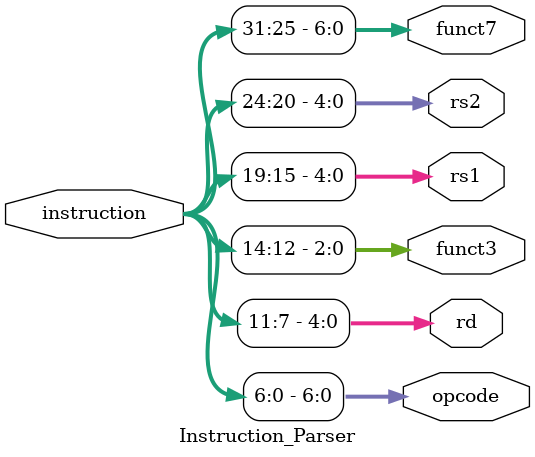
<source format=v>
`timescale 1ns / 1ps

module Instruction_Parser(
    input [31:0] instruction,
    output reg [6:0] opcode,
    output reg [4:0] rd,
    output reg [2:0] funct3,
    output reg [4:0] rs1,
    output reg [4:0] rs2,
    output reg [6:0] funct7
    );
    
    always @(*)
    begin
        opcode = instruction[6:0]; 
        rd = instruction[11:7];
        funct3 = instruction[14:12];
        rs1 = instruction[19:15];
        rs2 = instruction[24:20];
        funct7 = instruction[31:25];
    end
    
endmodule

</source>
